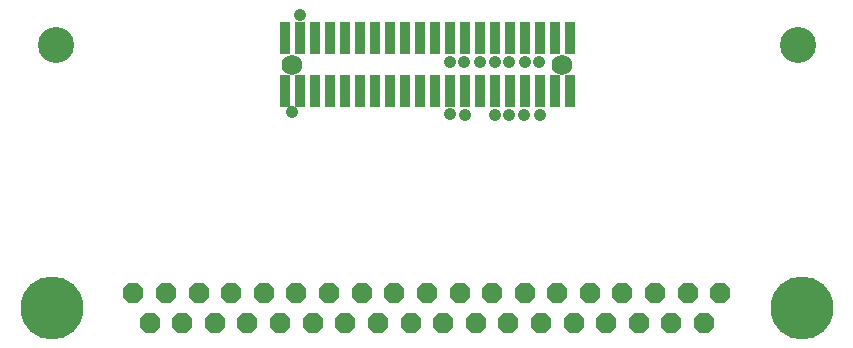
<source format=gts>
G75*
%MOIN*%
%OFA0B0*%
%FSLAX25Y25*%
%IPPOS*%
%LPD*%
%AMOC8*
5,1,8,0,0,1.08239X$1,22.5*
%
%ADD10C,0.12008*%
%ADD11R,0.03346X0.10827*%
%ADD12C,0.06921*%
%ADD13OC8,0.06984*%
%ADD14C,0.20984*%
%ADD15C,0.04165*%
D10*
X0055484Y0158154D03*
X0303028Y0158170D03*
D11*
X0226846Y0160497D03*
X0221846Y0160497D03*
X0216846Y0160497D03*
X0211846Y0160497D03*
X0206846Y0160497D03*
X0201846Y0160497D03*
X0196846Y0160497D03*
X0191846Y0160497D03*
X0186846Y0160497D03*
X0181846Y0160497D03*
X0176846Y0160497D03*
X0171846Y0160497D03*
X0166846Y0160497D03*
X0161846Y0160497D03*
X0156846Y0160497D03*
X0151846Y0160497D03*
X0146846Y0160497D03*
X0141846Y0160497D03*
X0136846Y0160497D03*
X0131846Y0160497D03*
X0131846Y0142583D03*
X0136846Y0142583D03*
X0141846Y0142583D03*
X0146846Y0142583D03*
X0151846Y0142583D03*
X0156846Y0142583D03*
X0161846Y0142583D03*
X0166846Y0142583D03*
X0171846Y0142583D03*
X0176846Y0142583D03*
X0181846Y0142583D03*
X0186846Y0142583D03*
X0191846Y0142583D03*
X0196846Y0142583D03*
X0201846Y0142583D03*
X0206846Y0142583D03*
X0211846Y0142583D03*
X0216846Y0142583D03*
X0221846Y0142583D03*
X0226846Y0142583D03*
D12*
X0224346Y0151540D03*
X0134346Y0151540D03*
D13*
X0086848Y0065300D03*
X0097748Y0065300D03*
X0108548Y0065300D03*
X0119448Y0065300D03*
X0130348Y0065300D03*
X0141248Y0065300D03*
X0152048Y0065300D03*
X0162948Y0065300D03*
X0173848Y0065300D03*
X0184648Y0065300D03*
X0195548Y0065300D03*
X0206448Y0065300D03*
X0217248Y0065300D03*
X0228148Y0065300D03*
X0239048Y0065300D03*
X0249848Y0065300D03*
X0260748Y0065300D03*
X0271648Y0065300D03*
X0277048Y0075300D03*
X0266148Y0075300D03*
X0255348Y0075300D03*
X0244448Y0075300D03*
X0233548Y0075300D03*
X0222748Y0075300D03*
X0211848Y0075300D03*
X0200948Y0075300D03*
X0190148Y0075300D03*
X0179248Y0075300D03*
X0168348Y0075300D03*
X0157548Y0075300D03*
X0146648Y0075300D03*
X0135748Y0075300D03*
X0124848Y0075300D03*
X0114048Y0075300D03*
X0103148Y0075300D03*
X0092248Y0075300D03*
X0081448Y0075300D03*
D14*
X0054248Y0070300D03*
X0304248Y0070300D03*
D15*
X0216906Y0134808D03*
X0211689Y0134709D03*
X0206768Y0134611D03*
X0201846Y0134611D03*
X0192004Y0134709D03*
X0187083Y0135202D03*
X0187083Y0152524D03*
X0191807Y0152426D03*
X0196925Y0152524D03*
X0201846Y0152426D03*
X0206768Y0152426D03*
X0211886Y0152426D03*
X0216807Y0152426D03*
X0136886Y0168174D03*
X0134425Y0135694D03*
M02*

</source>
